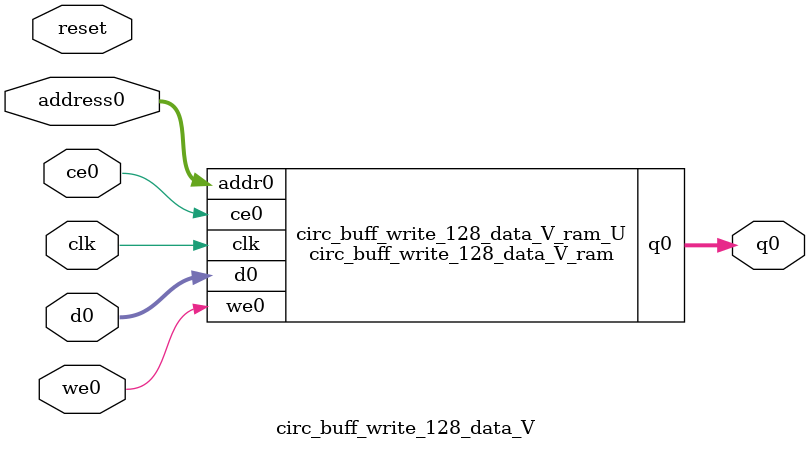
<source format=v>
`timescale 1 ns / 1 ps
module circ_buff_write_128_data_V_ram (addr0, ce0, d0, we0, q0,  clk);

parameter DWIDTH = 96;
parameter AWIDTH = 9;
parameter MEM_SIZE = 512;

input[AWIDTH-1:0] addr0;
input ce0;
input[DWIDTH-1:0] d0;
input we0;
output reg[DWIDTH-1:0] q0;
input clk;

(* ram_style = "block" *)reg [DWIDTH-1:0] ram[0:MEM_SIZE-1];




always @(posedge clk)  
begin 
    if (ce0) 
    begin
        if (we0) 
        begin 
            ram[addr0] <= d0; 
        end 
        q0 <= ram[addr0];
    end
end


endmodule

`timescale 1 ns / 1 ps
module circ_buff_write_128_data_V(
    reset,
    clk,
    address0,
    ce0,
    we0,
    d0,
    q0);

parameter DataWidth = 32'd96;
parameter AddressRange = 32'd512;
parameter AddressWidth = 32'd9;
input reset;
input clk;
input[AddressWidth - 1:0] address0;
input ce0;
input we0;
input[DataWidth - 1:0] d0;
output[DataWidth - 1:0] q0;



circ_buff_write_128_data_V_ram circ_buff_write_128_data_V_ram_U(
    .clk( clk ),
    .addr0( address0 ),
    .ce0( ce0 ),
    .we0( we0 ),
    .d0( d0 ),
    .q0( q0 ));

endmodule


</source>
